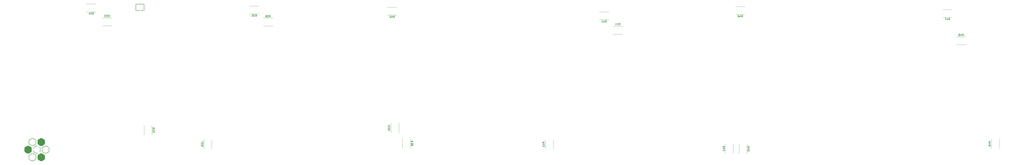
<source format=gbr>
%TF.GenerationSoftware,KiCad,Pcbnew,5.1.9*%
%TF.CreationDate,2021-03-05T10:38:49+01:00*%
%TF.ProjectId,CellsBoard,43656c6c-7342-46f6-9172-642e6b696361,rev?*%
%TF.SameCoordinates,Original*%
%TF.FileFunction,Legend,Bot*%
%TF.FilePolarity,Positive*%
%FSLAX46Y46*%
G04 Gerber Fmt 4.6, Leading zero omitted, Abs format (unit mm)*
G04 Created by KiCad (PCBNEW 5.1.9) date 2021-03-05 10:38:49*
%MOMM*%
%LPD*%
G01*
G04 APERTURE LIST*
%ADD10C,0.200000*%
%ADD11C,0.100000*%
%ADD12C,0.120000*%
%ADD13C,0.152400*%
G04 APERTURE END LIST*
D10*
X128500000Y-110250000D02*
X128250000Y-110500000D01*
X128750000Y-110500000D02*
X128500000Y-110250000D01*
X128250000Y-110500000D02*
X128750000Y-110500000D01*
X127750000Y-110500000D02*
X125750000Y-110500000D01*
X125750000Y-110500000D02*
X125750000Y-107750000D01*
X129250000Y-107750000D02*
X129250000Y-110500000D01*
X125750000Y-107750000D02*
X129250000Y-107750000D01*
X79350000Y-169371539D02*
G75*
G03*
X78750000Y-169371539I-300000J-519615D01*
G01*
X86350000Y-169371539D02*
X85450000Y-169891154D01*
X80650000Y-166080642D02*
X79750000Y-166600258D01*
X78750000Y-172489230D02*
G75*
G03*
X79350000Y-172489230I300000J519615D01*
G01*
X86250000Y-173701666D02*
G75*
G03*
X85950000Y-173182051I-600000J0D01*
G01*
X80650000Y-172662435D02*
X79750000Y-173182051D01*
X80250000Y-171969615D02*
G75*
G03*
X80550000Y-171450000I-300000J519615D01*
G01*
X83550000Y-168678718D02*
X84450000Y-169198334D01*
X86950000Y-172489230D02*
X87850000Y-171969615D01*
X83249999Y-174740896D02*
G75*
G03*
X83550000Y-175260512I600001J0D01*
G01*
X85050001Y-166080642D02*
G75*
G03*
X84450000Y-166080642I-300001J-519616D01*
G01*
X85150000Y-170410769D02*
X85150000Y-171450000D01*
X79450000Y-168159103D02*
G75*
G03*
X79750000Y-168678718I600000J0D01*
G01*
X79750000Y-168678718D02*
X80650000Y-169198334D01*
X83250000Y-173701666D02*
X83250000Y-174740896D01*
X81650000Y-169891154D02*
G75*
G03*
X81350000Y-170410769I300000J-519615D01*
G01*
X88150000Y-171450000D02*
X88150000Y-170410769D01*
X82150000Y-168678718D02*
G75*
G03*
X82450000Y-168159103I-300000J519615D01*
G01*
X82450000Y-168159103D02*
X82450000Y-167119873D01*
X77850000Y-169891154D02*
G75*
G03*
X77550000Y-170410769I300000J-519615D01*
G01*
X83550000Y-166600258D02*
G75*
G03*
X83250000Y-167119873I300000J-519615D01*
G01*
X83550000Y-173182051D02*
G75*
G03*
X83250000Y-173701666I300000J-519615D01*
G01*
X86950000Y-169371539D02*
G75*
G03*
X86350000Y-169371539I-300000J-519615D01*
G01*
X82150000Y-166600258D02*
X81250000Y-166080642D01*
X85950000Y-166600258D02*
X85050000Y-166080642D01*
X84449999Y-169198334D02*
G75*
G03*
X85050000Y-169198334I300001J519616D01*
G01*
X85150000Y-171450000D02*
G75*
G03*
X85450000Y-171969615I600000J0D01*
G01*
X84050000Y-171969615D02*
G75*
G03*
X84350000Y-171450000I-300000J519615D01*
G01*
X88150000Y-170410769D02*
G75*
G03*
X87850000Y-169891154I-600000J0D01*
G01*
X84450000Y-172662435D02*
X83550000Y-173182051D01*
X81250001Y-166080642D02*
G75*
G03*
X80650000Y-166080642I-300001J-519616D01*
G01*
X87850000Y-169891154D02*
X86950000Y-169371539D01*
X86350000Y-172489230D02*
G75*
G03*
X86950000Y-172489230I300000J519615D01*
G01*
X80250000Y-169891154D02*
X79350000Y-169371539D01*
X78750000Y-169371539D02*
X77850000Y-169891154D01*
X84450000Y-166080642D02*
X83550000Y-166600258D01*
X83150000Y-169371539D02*
G75*
G03*
X82550000Y-169371539I-300000J-519615D01*
G01*
X77850000Y-171969615D02*
X78750000Y-172489230D01*
X79350000Y-172489230D02*
X80250000Y-171969615D01*
X81350000Y-171450000D02*
G75*
G03*
X81650000Y-171969615I600000J0D01*
G01*
X85950000Y-168678718D02*
G75*
G03*
X86250000Y-168159103I-300000J519615D01*
G01*
X85450000Y-169891154D02*
G75*
G03*
X85150000Y-170410769I300000J-519615D01*
G01*
X82450000Y-174740896D02*
X82450000Y-173701666D01*
X84350000Y-171450000D02*
X84350000Y-170410769D01*
D11*
G36*
X80375000Y-169950000D02*
G01*
X80525000Y-170300000D01*
X80525000Y-170825000D01*
X80550000Y-171500000D01*
X80325000Y-171950000D01*
X79275000Y-172500000D01*
X78850000Y-172525000D01*
X77775000Y-171925000D01*
X77575000Y-171500000D01*
X77550000Y-170350000D01*
X77725000Y-169975000D01*
X78725000Y-169400000D01*
X79075000Y-169300000D01*
X80375000Y-169950000D01*
G37*
X80375000Y-169950000D02*
X80525000Y-170300000D01*
X80525000Y-170825000D01*
X80550000Y-171500000D01*
X80325000Y-171950000D01*
X79275000Y-172500000D01*
X78850000Y-172525000D01*
X77775000Y-171925000D01*
X77575000Y-171500000D01*
X77550000Y-170350000D01*
X77725000Y-169975000D01*
X78725000Y-169400000D01*
X79075000Y-169300000D01*
X80375000Y-169950000D01*
D10*
X86250000Y-167119873D02*
G75*
G03*
X85950000Y-166600258I-600000J0D01*
G01*
X81650000Y-171969615D02*
X82550000Y-172489230D01*
X86250000Y-174740896D02*
X86250000Y-173701666D01*
X79449999Y-174740896D02*
G75*
G03*
X79750000Y-175260512I600001J0D01*
G01*
X81250000Y-175780127D02*
X82150000Y-175260512D01*
X84450000Y-175780127D02*
G75*
G03*
X85050000Y-175780127I300000J519615D01*
G01*
X81250001Y-172662435D02*
G75*
G03*
X80650000Y-172662435I-300001J-519616D01*
G01*
D11*
G36*
X86075000Y-166650000D02*
G01*
X86225000Y-167000000D01*
X86225000Y-167525000D01*
X86250000Y-168200000D01*
X86025000Y-168650000D01*
X84975000Y-169200000D01*
X84550000Y-169225000D01*
X83475000Y-168625000D01*
X83275000Y-168200000D01*
X83250000Y-167050000D01*
X83425000Y-166675000D01*
X84425000Y-166100000D01*
X84775000Y-166000000D01*
X86075000Y-166650000D01*
G37*
X86075000Y-166650000D02*
X86225000Y-167000000D01*
X86225000Y-167525000D01*
X86250000Y-168200000D01*
X86025000Y-168650000D01*
X84975000Y-169200000D01*
X84550000Y-169225000D01*
X83475000Y-168625000D01*
X83275000Y-168200000D01*
X83250000Y-167050000D01*
X83425000Y-166675000D01*
X84425000Y-166100000D01*
X84775000Y-166000000D01*
X86075000Y-166650000D01*
D10*
X82450000Y-173701666D02*
G75*
G03*
X82150000Y-173182051I-600000J0D01*
G01*
X79750000Y-175260512D02*
X80650000Y-175780127D01*
X85050000Y-175780127D02*
X85950000Y-175260512D01*
X77550000Y-171450000D02*
G75*
G03*
X77850000Y-171969615I600000J0D01*
G01*
X85050000Y-169198334D02*
X85950000Y-168678718D01*
X85950000Y-175260511D02*
G75*
G03*
X86250000Y-174740896I-300000J519615D01*
G01*
X87850000Y-171969615D02*
G75*
G03*
X88150000Y-171450000I-300000J519615D01*
G01*
D11*
G36*
X86075000Y-173250000D02*
G01*
X86225000Y-173600000D01*
X86225000Y-174125000D01*
X86250000Y-174800000D01*
X86025000Y-175250000D01*
X84975000Y-175800000D01*
X84550000Y-175825000D01*
X83475000Y-175225000D01*
X83275000Y-174800000D01*
X83250000Y-173650000D01*
X83425000Y-173275000D01*
X84425000Y-172700000D01*
X84775000Y-172600000D01*
X86075000Y-173250000D01*
G37*
X86075000Y-173250000D02*
X86225000Y-173600000D01*
X86225000Y-174125000D01*
X86250000Y-174800000D01*
X86025000Y-175250000D01*
X84975000Y-175800000D01*
X84550000Y-175825000D01*
X83475000Y-175225000D01*
X83275000Y-174800000D01*
X83250000Y-173650000D01*
X83425000Y-173275000D01*
X84425000Y-172700000D01*
X84775000Y-172600000D01*
X86075000Y-173250000D01*
D10*
X83250000Y-167119873D02*
X83250000Y-168159103D01*
X80550000Y-170410769D02*
G75*
G03*
X80250000Y-169891154I-600000J0D01*
G01*
X79450000Y-173701666D02*
X79450000Y-174740896D01*
X83250000Y-168159103D02*
G75*
G03*
X83550000Y-168678718I600000J0D01*
G01*
X82150000Y-175260511D02*
G75*
G03*
X82450000Y-174740896I-300000J519615D01*
G01*
X82450000Y-167119873D02*
G75*
G03*
X82150000Y-166600258I-600000J0D01*
G01*
X82150000Y-173182051D02*
X81250000Y-172662435D01*
X82550000Y-169371539D02*
X81650000Y-169891154D01*
X80550000Y-171450000D02*
X80550000Y-170410769D01*
X85050001Y-172662435D02*
G75*
G03*
X84450000Y-172662435I-300001J-519616D01*
G01*
X86250000Y-168159103D02*
X86250000Y-167119873D01*
X85950000Y-173182051D02*
X85050000Y-172662435D01*
X80649999Y-169198334D02*
G75*
G03*
X81250000Y-169198334I300001J519616D01*
G01*
X82550000Y-172489230D02*
G75*
G03*
X83150000Y-172489230I300000J519615D01*
G01*
X79450000Y-167119873D02*
X79450000Y-168159103D01*
X84350000Y-170410769D02*
G75*
G03*
X84050000Y-169891154I-600000J0D01*
G01*
X81250000Y-169198334D02*
X82150000Y-168678718D01*
X83550000Y-175260512D02*
X84450000Y-175780127D01*
X79750000Y-173182051D02*
G75*
G03*
X79450000Y-173701666I300000J-519615D01*
G01*
X80650000Y-175780127D02*
G75*
G03*
X81250000Y-175780127I300000J519615D01*
G01*
X77550000Y-170410769D02*
X77550000Y-171450000D01*
X85450000Y-171969615D02*
X86350000Y-172489230D01*
X79750000Y-166600258D02*
G75*
G03*
X79450000Y-167119873I300000J-519615D01*
G01*
D12*
X485302064Y-125350000D02*
X481197936Y-125350000D01*
X485302064Y-121930000D02*
X481197936Y-121930000D01*
X475197936Y-110092000D02*
X479302064Y-110092000D01*
X475197936Y-113512000D02*
X479302064Y-113512000D01*
X385447936Y-108822000D02*
X389552064Y-108822000D01*
X385447936Y-112242000D02*
X389552064Y-112242000D01*
X386977600Y-172668464D02*
X386977600Y-168564336D01*
X390397600Y-172668464D02*
X390397600Y-168564336D01*
X381010400Y-172570464D02*
X381010400Y-168466336D01*
X384430400Y-172570464D02*
X384430400Y-168466336D01*
X303197500Y-170722064D02*
X303197500Y-166617936D01*
X306617500Y-170722064D02*
X306617500Y-166617936D01*
X326443936Y-111108000D02*
X330548064Y-111108000D01*
X326443936Y-114528000D02*
X330548064Y-114528000D01*
X234697936Y-109076000D02*
X238802064Y-109076000D01*
X234697936Y-112496000D02*
X238802064Y-112496000D01*
X239670000Y-159399936D02*
X239670000Y-163504064D01*
X236250000Y-159399936D02*
X236250000Y-163504064D01*
X241250000Y-170254064D02*
X241250000Y-166149936D01*
X244670000Y-170254064D02*
X244670000Y-166149936D01*
X155179000Y-170572064D02*
X155179000Y-166467936D01*
X158599000Y-170572064D02*
X158599000Y-166467936D01*
X185052064Y-117210000D02*
X180947936Y-117210000D01*
X185052064Y-113790000D02*
X180947936Y-113790000D01*
X174947936Y-108564000D02*
X179052064Y-108564000D01*
X174947936Y-111984000D02*
X179052064Y-111984000D01*
X104332936Y-107679000D02*
X108437064Y-107679000D01*
X104332936Y-111099000D02*
X108437064Y-111099000D01*
X115326064Y-117152000D02*
X111221936Y-117152000D01*
X115326064Y-113732000D02*
X111221936Y-113732000D01*
X132713000Y-160313936D02*
X132713000Y-164418064D01*
X129293000Y-160313936D02*
X129293000Y-164418064D01*
X336548064Y-120778000D02*
X332443936Y-120778000D01*
X336548064Y-117358000D02*
X332443936Y-117358000D01*
X496428000Y-170423064D02*
X496428000Y-166318936D01*
X499848000Y-170423064D02*
X499848000Y-166318936D01*
D13*
X483722514Y-121507695D02*
X483993447Y-121120647D01*
X484186971Y-121507695D02*
X484186971Y-120694895D01*
X483877333Y-120694895D01*
X483799923Y-120733600D01*
X483761219Y-120772304D01*
X483722514Y-120849714D01*
X483722514Y-120965828D01*
X483761219Y-121043238D01*
X483799923Y-121081942D01*
X483877333Y-121120647D01*
X484186971Y-121120647D01*
X483025828Y-120965828D02*
X483025828Y-121507695D01*
X483219352Y-120656190D02*
X483412876Y-121236761D01*
X482909714Y-121236761D01*
X482483961Y-121043238D02*
X482561371Y-121004533D01*
X482600076Y-120965828D01*
X482638780Y-120888419D01*
X482638780Y-120849714D01*
X482600076Y-120772304D01*
X482561371Y-120733600D01*
X482483961Y-120694895D01*
X482329142Y-120694895D01*
X482251733Y-120733600D01*
X482213028Y-120772304D01*
X482174323Y-120849714D01*
X482174323Y-120888419D01*
X482213028Y-120965828D01*
X482251733Y-121004533D01*
X482329142Y-121043238D01*
X482483961Y-121043238D01*
X482561371Y-121081942D01*
X482600076Y-121120647D01*
X482638780Y-121198057D01*
X482638780Y-121352876D01*
X482600076Y-121430285D01*
X482561371Y-121468990D01*
X482483961Y-121507695D01*
X482329142Y-121507695D01*
X482251733Y-121468990D01*
X482213028Y-121430285D01*
X482174323Y-121352876D01*
X482174323Y-121198057D01*
X482213028Y-121120647D01*
X482251733Y-121081942D01*
X482329142Y-121043238D01*
X477822514Y-114669695D02*
X478093447Y-114282647D01*
X478286971Y-114669695D02*
X478286971Y-113856895D01*
X477977333Y-113856895D01*
X477899923Y-113895600D01*
X477861219Y-113934304D01*
X477822514Y-114011714D01*
X477822514Y-114127828D01*
X477861219Y-114205238D01*
X477899923Y-114243942D01*
X477977333Y-114282647D01*
X478286971Y-114282647D01*
X477125828Y-114127828D02*
X477125828Y-114669695D01*
X477319352Y-113818190D02*
X477512876Y-114398761D01*
X477009714Y-114398761D01*
X476777485Y-113856895D02*
X476235619Y-113856895D01*
X476583961Y-114669695D01*
X388072514Y-113399695D02*
X388343447Y-113012647D01*
X388536971Y-113399695D02*
X388536971Y-112586895D01*
X388227333Y-112586895D01*
X388149923Y-112625600D01*
X388111219Y-112664304D01*
X388072514Y-112741714D01*
X388072514Y-112857828D01*
X388111219Y-112935238D01*
X388149923Y-112973942D01*
X388227333Y-113012647D01*
X388536971Y-113012647D01*
X387375828Y-112857828D02*
X387375828Y-113399695D01*
X387569352Y-112548190D02*
X387762876Y-113128761D01*
X387259714Y-113128761D01*
X386601733Y-112586895D02*
X386756552Y-112586895D01*
X386833961Y-112625600D01*
X386872666Y-112664304D01*
X386950076Y-112780419D01*
X386988780Y-112935238D01*
X386988780Y-113244876D01*
X386950076Y-113322285D01*
X386911371Y-113360990D01*
X386833961Y-113399695D01*
X386679142Y-113399695D01*
X386601733Y-113360990D01*
X386563028Y-113322285D01*
X386524323Y-113244876D01*
X386524323Y-113051352D01*
X386563028Y-112973942D01*
X386601733Y-112935238D01*
X386679142Y-112896533D01*
X386833961Y-112896533D01*
X386911371Y-112935238D01*
X386950076Y-112973942D01*
X386988780Y-113051352D01*
X391555295Y-170043885D02*
X391168247Y-169772952D01*
X391555295Y-169579428D02*
X390742495Y-169579428D01*
X390742495Y-169889066D01*
X390781200Y-169966476D01*
X390819904Y-170005180D01*
X390897314Y-170043885D01*
X391013428Y-170043885D01*
X391090838Y-170005180D01*
X391129542Y-169966476D01*
X391168247Y-169889066D01*
X391168247Y-169579428D01*
X391013428Y-170740571D02*
X391555295Y-170740571D01*
X390703790Y-170547047D02*
X391284361Y-170353523D01*
X391284361Y-170856685D01*
X390742495Y-171553371D02*
X390742495Y-171166323D01*
X391129542Y-171127619D01*
X391090838Y-171166323D01*
X391052133Y-171243733D01*
X391052133Y-171437257D01*
X391090838Y-171514666D01*
X391129542Y-171553371D01*
X391206952Y-171592076D01*
X391400476Y-171592076D01*
X391477885Y-171553371D01*
X391516590Y-171514666D01*
X391555295Y-171437257D01*
X391555295Y-171243733D01*
X391516590Y-171166323D01*
X391477885Y-171127619D01*
X380838095Y-169945885D02*
X380451047Y-169674952D01*
X380838095Y-169481428D02*
X380025295Y-169481428D01*
X380025295Y-169791066D01*
X380064000Y-169868476D01*
X380102704Y-169907180D01*
X380180114Y-169945885D01*
X380296228Y-169945885D01*
X380373638Y-169907180D01*
X380412342Y-169868476D01*
X380451047Y-169791066D01*
X380451047Y-169481428D01*
X380296228Y-170642571D02*
X380838095Y-170642571D01*
X379986590Y-170449047D02*
X380567161Y-170255523D01*
X380567161Y-170758685D01*
X380296228Y-171416666D02*
X380838095Y-171416666D01*
X379986590Y-171223142D02*
X380567161Y-171029619D01*
X380567161Y-171532780D01*
X302775195Y-168097485D02*
X302388147Y-167826552D01*
X302775195Y-167633028D02*
X301962395Y-167633028D01*
X301962395Y-167942666D01*
X302001100Y-168020076D01*
X302039804Y-168058780D01*
X302117214Y-168097485D01*
X302233328Y-168097485D01*
X302310738Y-168058780D01*
X302349442Y-168020076D01*
X302388147Y-167942666D01*
X302388147Y-167633028D01*
X302233328Y-168794171D02*
X302775195Y-168794171D01*
X301923690Y-168600647D02*
X302504261Y-168407123D01*
X302504261Y-168910285D01*
X301962395Y-169142514D02*
X301962395Y-169645676D01*
X302272033Y-169374742D01*
X302272033Y-169490857D01*
X302310738Y-169568266D01*
X302349442Y-169606971D01*
X302426852Y-169645676D01*
X302620376Y-169645676D01*
X302697785Y-169606971D01*
X302736490Y-169568266D01*
X302775195Y-169490857D01*
X302775195Y-169258628D01*
X302736490Y-169181219D01*
X302697785Y-169142514D01*
X329068514Y-115685695D02*
X329339447Y-115298647D01*
X329532971Y-115685695D02*
X329532971Y-114872895D01*
X329223333Y-114872895D01*
X329145923Y-114911600D01*
X329107219Y-114950304D01*
X329068514Y-115027714D01*
X329068514Y-115143828D01*
X329107219Y-115221238D01*
X329145923Y-115259942D01*
X329223333Y-115298647D01*
X329532971Y-115298647D01*
X328371828Y-115143828D02*
X328371828Y-115685695D01*
X328565352Y-114834190D02*
X328758876Y-115414761D01*
X328255714Y-115414761D01*
X327520323Y-115685695D02*
X327984780Y-115685695D01*
X327752552Y-115685695D02*
X327752552Y-114872895D01*
X327829961Y-114989009D01*
X327907371Y-115066419D01*
X327984780Y-115105123D01*
X237322514Y-113653695D02*
X237593447Y-113266647D01*
X237786971Y-113653695D02*
X237786971Y-112840895D01*
X237477333Y-112840895D01*
X237399923Y-112879600D01*
X237361219Y-112918304D01*
X237322514Y-112995714D01*
X237322514Y-113111828D01*
X237361219Y-113189238D01*
X237399923Y-113227942D01*
X237477333Y-113266647D01*
X237786971Y-113266647D01*
X236625828Y-113111828D02*
X236625828Y-113653695D01*
X236819352Y-112802190D02*
X237012876Y-113382761D01*
X236509714Y-113382761D01*
X236045257Y-112840895D02*
X235967847Y-112840895D01*
X235890438Y-112879600D01*
X235851733Y-112918304D01*
X235813028Y-112995714D01*
X235774323Y-113150533D01*
X235774323Y-113344057D01*
X235813028Y-113498876D01*
X235851733Y-113576285D01*
X235890438Y-113614990D01*
X235967847Y-113653695D01*
X236045257Y-113653695D01*
X236122666Y-113614990D01*
X236161371Y-113576285D01*
X236200076Y-113498876D01*
X236238780Y-113344057D01*
X236238780Y-113150533D01*
X236200076Y-112995714D01*
X236161371Y-112918304D01*
X236122666Y-112879600D01*
X236045257Y-112840895D01*
X235827695Y-160979485D02*
X235440647Y-160708552D01*
X235827695Y-160515028D02*
X235014895Y-160515028D01*
X235014895Y-160824666D01*
X235053600Y-160902076D01*
X235092304Y-160940780D01*
X235169714Y-160979485D01*
X235285828Y-160979485D01*
X235363238Y-160940780D01*
X235401942Y-160902076D01*
X235440647Y-160824666D01*
X235440647Y-160515028D01*
X235014895Y-161250419D02*
X235014895Y-161753580D01*
X235324533Y-161482647D01*
X235324533Y-161598761D01*
X235363238Y-161676171D01*
X235401942Y-161714876D01*
X235479352Y-161753580D01*
X235672876Y-161753580D01*
X235750285Y-161714876D01*
X235788990Y-161676171D01*
X235827695Y-161598761D01*
X235827695Y-161366533D01*
X235788990Y-161289123D01*
X235750285Y-161250419D01*
X235827695Y-162140628D02*
X235827695Y-162295447D01*
X235788990Y-162372857D01*
X235750285Y-162411561D01*
X235634171Y-162488971D01*
X235479352Y-162527676D01*
X235169714Y-162527676D01*
X235092304Y-162488971D01*
X235053600Y-162450266D01*
X235014895Y-162372857D01*
X235014895Y-162218038D01*
X235053600Y-162140628D01*
X235092304Y-162101923D01*
X235169714Y-162063219D01*
X235363238Y-162063219D01*
X235440647Y-162101923D01*
X235479352Y-162140628D01*
X235518057Y-162218038D01*
X235518057Y-162372857D01*
X235479352Y-162450266D01*
X235440647Y-162488971D01*
X235363238Y-162527676D01*
X245827695Y-167629485D02*
X245440647Y-167358552D01*
X245827695Y-167165028D02*
X245014895Y-167165028D01*
X245014895Y-167474666D01*
X245053600Y-167552076D01*
X245092304Y-167590780D01*
X245169714Y-167629485D01*
X245285828Y-167629485D01*
X245363238Y-167590780D01*
X245401942Y-167552076D01*
X245440647Y-167474666D01*
X245440647Y-167165028D01*
X245014895Y-167900419D02*
X245014895Y-168403580D01*
X245324533Y-168132647D01*
X245324533Y-168248761D01*
X245363238Y-168326171D01*
X245401942Y-168364876D01*
X245479352Y-168403580D01*
X245672876Y-168403580D01*
X245750285Y-168364876D01*
X245788990Y-168326171D01*
X245827695Y-168248761D01*
X245827695Y-168016533D01*
X245788990Y-167939123D01*
X245750285Y-167900419D01*
X245363238Y-168868038D02*
X245324533Y-168790628D01*
X245285828Y-168751923D01*
X245208419Y-168713219D01*
X245169714Y-168713219D01*
X245092304Y-168751923D01*
X245053600Y-168790628D01*
X245014895Y-168868038D01*
X245014895Y-169022857D01*
X245053600Y-169100266D01*
X245092304Y-169138971D01*
X245169714Y-169177676D01*
X245208419Y-169177676D01*
X245285828Y-169138971D01*
X245324533Y-169100266D01*
X245363238Y-169022857D01*
X245363238Y-168868038D01*
X245401942Y-168790628D01*
X245440647Y-168751923D01*
X245518057Y-168713219D01*
X245672876Y-168713219D01*
X245750285Y-168751923D01*
X245788990Y-168790628D01*
X245827695Y-168868038D01*
X245827695Y-169022857D01*
X245788990Y-169100266D01*
X245750285Y-169138971D01*
X245672876Y-169177676D01*
X245518057Y-169177676D01*
X245440647Y-169138971D01*
X245401942Y-169100266D01*
X245363238Y-169022857D01*
X154021304Y-168992514D02*
X154408352Y-169263447D01*
X154021304Y-169456971D02*
X154834104Y-169456971D01*
X154834104Y-169147333D01*
X154795400Y-169069923D01*
X154756695Y-169031219D01*
X154679285Y-168992514D01*
X154563171Y-168992514D01*
X154485761Y-169031219D01*
X154447057Y-169069923D01*
X154408352Y-169147333D01*
X154408352Y-169456971D01*
X154834104Y-168721580D02*
X154834104Y-168218419D01*
X154524466Y-168489352D01*
X154524466Y-168373238D01*
X154485761Y-168295828D01*
X154447057Y-168257123D01*
X154369647Y-168218419D01*
X154176123Y-168218419D01*
X154098714Y-168257123D01*
X154060009Y-168295828D01*
X154021304Y-168373238D01*
X154021304Y-168605466D01*
X154060009Y-168682876D01*
X154098714Y-168721580D01*
X154834104Y-167947485D02*
X154834104Y-167405619D01*
X154021304Y-167753961D01*
X183472514Y-113367695D02*
X183743447Y-112980647D01*
X183936971Y-113367695D02*
X183936971Y-112554895D01*
X183627333Y-112554895D01*
X183549923Y-112593600D01*
X183511219Y-112632304D01*
X183472514Y-112709714D01*
X183472514Y-112825828D01*
X183511219Y-112903238D01*
X183549923Y-112941942D01*
X183627333Y-112980647D01*
X183936971Y-112980647D01*
X183201580Y-112554895D02*
X182698419Y-112554895D01*
X182969352Y-112864533D01*
X182853238Y-112864533D01*
X182775828Y-112903238D01*
X182737123Y-112941942D01*
X182698419Y-113019352D01*
X182698419Y-113212876D01*
X182737123Y-113290285D01*
X182775828Y-113328990D01*
X182853238Y-113367695D01*
X183085466Y-113367695D01*
X183162876Y-113328990D01*
X183201580Y-113290285D01*
X182001733Y-112554895D02*
X182156552Y-112554895D01*
X182233961Y-112593600D01*
X182272666Y-112632304D01*
X182350076Y-112748419D01*
X182388780Y-112903238D01*
X182388780Y-113212876D01*
X182350076Y-113290285D01*
X182311371Y-113328990D01*
X182233961Y-113367695D01*
X182079142Y-113367695D01*
X182001733Y-113328990D01*
X181963028Y-113290285D01*
X181924323Y-113212876D01*
X181924323Y-113019352D01*
X181963028Y-112941942D01*
X182001733Y-112903238D01*
X182079142Y-112864533D01*
X182233961Y-112864533D01*
X182311371Y-112903238D01*
X182350076Y-112941942D01*
X182388780Y-113019352D01*
X177572514Y-113141695D02*
X177843447Y-112754647D01*
X178036971Y-113141695D02*
X178036971Y-112328895D01*
X177727333Y-112328895D01*
X177649923Y-112367600D01*
X177611219Y-112406304D01*
X177572514Y-112483714D01*
X177572514Y-112599828D01*
X177611219Y-112677238D01*
X177649923Y-112715942D01*
X177727333Y-112754647D01*
X178036971Y-112754647D01*
X177301580Y-112328895D02*
X176798419Y-112328895D01*
X177069352Y-112638533D01*
X176953238Y-112638533D01*
X176875828Y-112677238D01*
X176837123Y-112715942D01*
X176798419Y-112793352D01*
X176798419Y-112986876D01*
X176837123Y-113064285D01*
X176875828Y-113102990D01*
X176953238Y-113141695D01*
X177185466Y-113141695D01*
X177262876Y-113102990D01*
X177301580Y-113064285D01*
X176063028Y-112328895D02*
X176450076Y-112328895D01*
X176488780Y-112715942D01*
X176450076Y-112677238D01*
X176372666Y-112638533D01*
X176179142Y-112638533D01*
X176101733Y-112677238D01*
X176063028Y-112715942D01*
X176024323Y-112793352D01*
X176024323Y-112986876D01*
X176063028Y-113064285D01*
X176101733Y-113102990D01*
X176179142Y-113141695D01*
X176372666Y-113141695D01*
X176450076Y-113102990D01*
X176488780Y-113064285D01*
X106957514Y-112256695D02*
X107228447Y-111869647D01*
X107421971Y-112256695D02*
X107421971Y-111443895D01*
X107112333Y-111443895D01*
X107034923Y-111482600D01*
X106996219Y-111521304D01*
X106957514Y-111598714D01*
X106957514Y-111714828D01*
X106996219Y-111792238D01*
X107034923Y-111830942D01*
X107112333Y-111869647D01*
X107421971Y-111869647D01*
X106686580Y-111443895D02*
X106183419Y-111443895D01*
X106454352Y-111753533D01*
X106338238Y-111753533D01*
X106260828Y-111792238D01*
X106222123Y-111830942D01*
X106183419Y-111908352D01*
X106183419Y-112101876D01*
X106222123Y-112179285D01*
X106260828Y-112217990D01*
X106338238Y-112256695D01*
X106570466Y-112256695D01*
X106647876Y-112217990D01*
X106686580Y-112179285D01*
X105486733Y-111714828D02*
X105486733Y-112256695D01*
X105680257Y-111405190D02*
X105873780Y-111985761D01*
X105370619Y-111985761D01*
X113746514Y-113309695D02*
X114017447Y-112922647D01*
X114210971Y-113309695D02*
X114210971Y-112496895D01*
X113901333Y-112496895D01*
X113823923Y-112535600D01*
X113785219Y-112574304D01*
X113746514Y-112651714D01*
X113746514Y-112767828D01*
X113785219Y-112845238D01*
X113823923Y-112883942D01*
X113901333Y-112922647D01*
X114210971Y-112922647D01*
X113475580Y-112496895D02*
X112972419Y-112496895D01*
X113243352Y-112806533D01*
X113127238Y-112806533D01*
X113049828Y-112845238D01*
X113011123Y-112883942D01*
X112972419Y-112961352D01*
X112972419Y-113154876D01*
X113011123Y-113232285D01*
X113049828Y-113270990D01*
X113127238Y-113309695D01*
X113359466Y-113309695D01*
X113436876Y-113270990D01*
X113475580Y-113232285D01*
X112701485Y-112496895D02*
X112198323Y-112496895D01*
X112469257Y-112806533D01*
X112353142Y-112806533D01*
X112275733Y-112845238D01*
X112237028Y-112883942D01*
X112198323Y-112961352D01*
X112198323Y-113154876D01*
X112237028Y-113232285D01*
X112275733Y-113270990D01*
X112353142Y-113309695D01*
X112585371Y-113309695D01*
X112662780Y-113270990D01*
X112701485Y-113232285D01*
X133870695Y-161893485D02*
X133483647Y-161622552D01*
X133870695Y-161429028D02*
X133057895Y-161429028D01*
X133057895Y-161738666D01*
X133096600Y-161816076D01*
X133135304Y-161854780D01*
X133212714Y-161893485D01*
X133328828Y-161893485D01*
X133406238Y-161854780D01*
X133444942Y-161816076D01*
X133483647Y-161738666D01*
X133483647Y-161429028D01*
X133057895Y-162164419D02*
X133057895Y-162667580D01*
X133367533Y-162396647D01*
X133367533Y-162512761D01*
X133406238Y-162590171D01*
X133444942Y-162628876D01*
X133522352Y-162667580D01*
X133715876Y-162667580D01*
X133793285Y-162628876D01*
X133831990Y-162590171D01*
X133870695Y-162512761D01*
X133870695Y-162280533D01*
X133831990Y-162203123D01*
X133793285Y-162164419D01*
X133135304Y-162977219D02*
X133096600Y-163015923D01*
X133057895Y-163093333D01*
X133057895Y-163286857D01*
X133096600Y-163364266D01*
X133135304Y-163402971D01*
X133212714Y-163441676D01*
X133290123Y-163441676D01*
X133406238Y-163402971D01*
X133870695Y-162938514D01*
X133870695Y-163441676D01*
X335018514Y-116815695D02*
X335289447Y-116428647D01*
X335482971Y-116815695D02*
X335482971Y-116002895D01*
X335173333Y-116002895D01*
X335095923Y-116041600D01*
X335057219Y-116080304D01*
X335018514Y-116157714D01*
X335018514Y-116273828D01*
X335057219Y-116351238D01*
X335095923Y-116389942D01*
X335173333Y-116428647D01*
X335482971Y-116428647D01*
X334244419Y-116815695D02*
X334708876Y-116815695D01*
X334476647Y-116815695D02*
X334476647Y-116002895D01*
X334554057Y-116119009D01*
X334631466Y-116196419D01*
X334708876Y-116235123D01*
X333470323Y-116815695D02*
X333934780Y-116815695D01*
X333702552Y-116815695D02*
X333702552Y-116002895D01*
X333779961Y-116119009D01*
X333857371Y-116196419D01*
X333934780Y-116235123D01*
X496005695Y-167848485D02*
X495618647Y-167577552D01*
X496005695Y-167384028D02*
X495192895Y-167384028D01*
X495192895Y-167693666D01*
X495231600Y-167771076D01*
X495270304Y-167809780D01*
X495347714Y-167848485D01*
X495463828Y-167848485D01*
X495541238Y-167809780D01*
X495579942Y-167771076D01*
X495618647Y-167693666D01*
X495618647Y-167384028D01*
X495463828Y-168545171D02*
X496005695Y-168545171D01*
X495154190Y-168351647D02*
X495734761Y-168158123D01*
X495734761Y-168661285D01*
X496005695Y-169009628D02*
X496005695Y-169164447D01*
X495966990Y-169241857D01*
X495928285Y-169280561D01*
X495812171Y-169357971D01*
X495657352Y-169396676D01*
X495347714Y-169396676D01*
X495270304Y-169357971D01*
X495231600Y-169319266D01*
X495192895Y-169241857D01*
X495192895Y-169087038D01*
X495231600Y-169009628D01*
X495270304Y-168970923D01*
X495347714Y-168932219D01*
X495541238Y-168932219D01*
X495618647Y-168970923D01*
X495657352Y-169009628D01*
X495696057Y-169087038D01*
X495696057Y-169241857D01*
X495657352Y-169319266D01*
X495618647Y-169357971D01*
X495541238Y-169396676D01*
M02*

</source>
